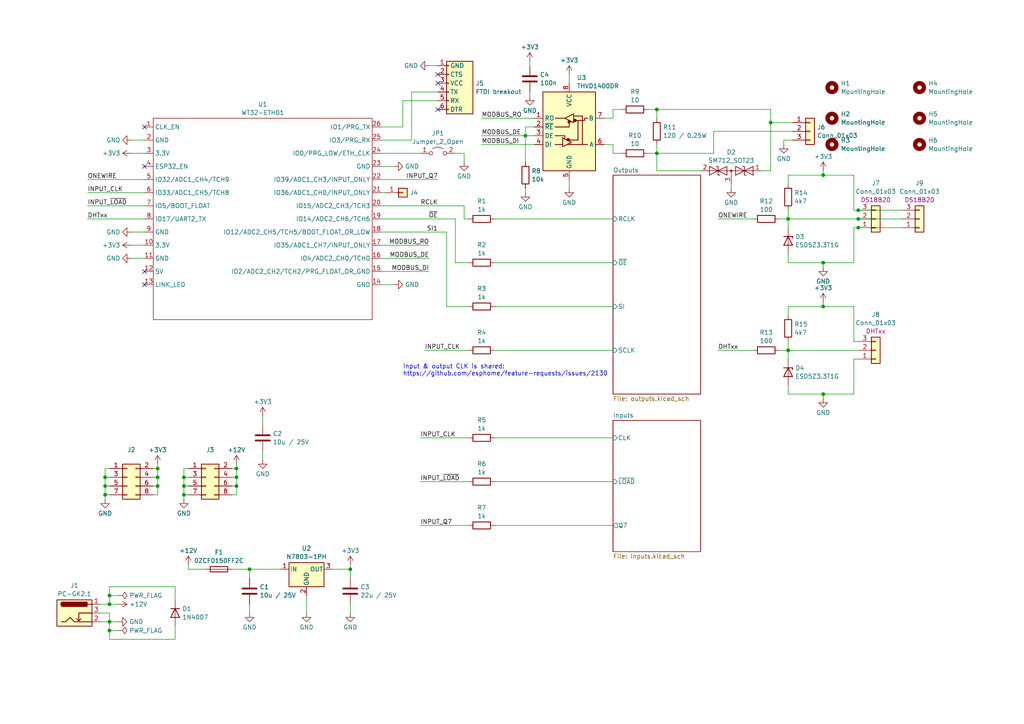
<source format=kicad_sch>
(kicad_sch (version 20230121) (generator eeschema)
  (paper "A4")
  (lib_symbols
    (symbol "Connector:Barrel_Jack_Switch" (pin_names hide)
      (property "Reference" "J" (at 0 5.334 0))
      (property "Value" "Barrel_Jack_Switch" (at 0 -5.08 0))
      (symbol "Barrel_Jack_Switch_0_1"
        (rectangle (start -5.08 3.81) (end 5.08 -3.81) (stroke (width 0.254)) (fill (type background)))
        (arc (start -3.302 3.175) (mid -3.9343 2.54) (end -3.302 1.905) (stroke (width 0.254)))
        (arc (start -3.302 3.175) (mid -3.9343 2.54) (end -3.302 1.905) (stroke (width 0.254)) (fill (type outline)))
        (polyline (pts (xy 1.27 -2.286) (xy 1.905 -1.651)) (stroke (width 0.254)))
        (polyline (pts (xy 5.08 2.54) (xy 3.81 2.54)) (stroke (width 0.254)))
        (polyline (pts (xy 5.08 0) (xy 1.27 0) (xy 1.27 -2.286) (xy 0.635 -1.651)) (stroke (width 0.254)))
        (polyline (pts (xy -3.81 -2.54) (xy -2.54 -2.54) (xy -1.27 -1.27) (xy 0 -2.54) (xy 2.54 -2.54) (xy 5.08 -2.54)) (stroke (width 0.254)))
        (rectangle (start 3.683 3.175) (end -3.302 1.905) (stroke (width 0.254)) (fill (type outline)))
      )
      (symbol "Barrel_Jack_Switch_1_1"
        (pin passive line (at 7.62 2.54 180) (length 2.54) (name "~") (number "1"))
        (pin passive line (at 7.62 -2.54 180) (length 2.54) (name "~") (number "2"))
        (pin passive line (at 7.62 0 180) (length 2.54) (name "~") (number "3"))
      )
    )
    (symbol "Connector_Generic:Conn_01x01" (pin_names (offset 1.016) hide)
      (property "Reference" "J" (at 0 2.54 0))
      (property "Value" "Conn_01x01" (at 0 -2.54 0))
      (symbol "Conn_01x01_1_1"
        (rectangle (start -1.27 0.127) (end 0 -0.127) (stroke (width 0.1524)))
        (rectangle (start -1.27 1.27) (end 1.27 -1.27) (stroke (width 0.254)) (fill (type background)))
        (pin passive line (at -5.08 0 0) (length 3.81) (name "Pin_1") (number "1"))
      )
    )
    (symbol "Connector_Generic:Conn_01x03" (pin_names (offset 1.016) hide)
      (property "Reference" "J" (at 0 5.08 0))
      (property "Value" "Conn_01x03" (at 0 -5.08 0))
      (symbol "Conn_01x03_1_1"
        (rectangle (start -1.27 -2.413) (end 0 -2.667) (stroke (width 0.1524)))
        (rectangle (start -1.27 0.127) (end 0 -0.127) (stroke (width 0.1524)))
        (rectangle (start -1.27 2.667) (end 0 2.413) (stroke (width 0.1524)))
        (rectangle (start -1.27 3.81) (end 1.27 -3.81) (stroke (width 0.254)) (fill (type background)))
        (pin passive line (at -5.08 2.54 0) (length 3.81) (name "Pin_1") (number "1"))
        (pin passive line (at -5.08 0 0) (length 3.81) (name "Pin_2") (number "2"))
        (pin passive line (at -5.08 -2.54 0) (length 3.81) (name "Pin_3") (number "3"))
      )
    )
    (symbol "Connector_Generic:Conn_02x04_Odd_Even" (pin_names (offset 1.016) hide)
      (property "Reference" "J" (at 1.27 5.08 0))
      (property "Value" "Conn_02x04_Odd_Even" (at 1.27 -7.62 0))
      (symbol "Conn_02x04_Odd_Even_1_1"
        (rectangle (start -1.27 -4.953) (end 0 -5.207) (stroke (width 0.1524)))
        (rectangle (start -1.27 -2.413) (end 0 -2.667) (stroke (width 0.1524)))
        (rectangle (start -1.27 0.127) (end 0 -0.127) (stroke (width 0.1524)))
        (rectangle (start -1.27 2.667) (end 0 2.413) (stroke (width 0.1524)))
        (rectangle (start -1.27 3.81) (end 3.81 -6.35) (stroke (width 0.254)) (fill (type background)))
        (rectangle (start 3.81 -4.953) (end 2.54 -5.207) (stroke (width 0.1524)))
        (rectangle (start 3.81 -2.413) (end 2.54 -2.667) (stroke (width 0.1524)))
        (rectangle (start 3.81 0.127) (end 2.54 -0.127) (stroke (width 0.1524)))
        (rectangle (start 3.81 2.667) (end 2.54 2.413) (stroke (width 0.1524)))
        (pin passive line (at -5.08 2.54 0) (length 3.81) (name "Pin_1") (number "1"))
        (pin passive line (at 7.62 2.54 180) (length 3.81) (name "Pin_2") (number "2"))
        (pin passive line (at -5.08 0 0) (length 3.81) (name "Pin_3") (number "3"))
        (pin passive line (at 7.62 0 180) (length 3.81) (name "Pin_4") (number "4"))
        (pin passive line (at -5.08 -2.54 0) (length 3.81) (name "Pin_5") (number "5"))
        (pin passive line (at 7.62 -2.54 180) (length 3.81) (name "Pin_6") (number "6"))
        (pin passive line (at -5.08 -5.08 0) (length 3.81) (name "Pin_7") (number "7"))
        (pin passive line (at 7.62 -5.08 180) (length 3.81) (name "Pin_8") (number "8"))
      )
    )
    (symbol "Device:C" (pin_numbers hide) (pin_names (offset 0.254))
      (property "Reference" "C" (at 0.635 2.54 0))
      (property "Value" "C" (at 0.635 -2.54 0))
      (symbol "C_0_1"
        (polyline (pts (xy -2.032 -0.762) (xy 2.032 -0.762)) (stroke (width 0.508)))
        (polyline (pts (xy -2.032 0.762) (xy 2.032 0.762)) (stroke (width 0.508)))
      )
      (symbol "C_1_1"
        (pin passive line (at 0 3.81 270) (length 2.794) (name "~") (number "1"))
        (pin passive line (at 0 -3.81 90) (length 2.794) (name "~") (number "2"))
      )
    )
    (symbol "Device:Fuse" (pin_numbers hide) (pin_names (offset 0))
      (property "Reference" "F" (at 2.032 0 90))
      (property "Value" "Fuse" (at -1.905 0 90))
      (symbol "Fuse_0_1"
        (rectangle (start -0.762 -2.54) (end 0.762 2.54) (stroke (width 0.254)))
        (polyline (pts (xy 0 2.54) (xy 0 -2.54)))
      )
      (symbol "Fuse_1_1"
        (pin passive line (at 0 3.81 270) (length 1.27) (name "~") (number "1"))
        (pin passive line (at 0 -3.81 90) (length 1.27) (name "~") (number "2"))
      )
    )
    (symbol "Device:R" (pin_numbers hide) (pin_names (offset 0))
      (property "Reference" "R" (at 2.032 0 90))
      (property "Value" "R" (at 0 0 90))
      (symbol "R_0_1"
        (rectangle (start -1.016 -2.54) (end 1.016 2.54) (stroke (width 0.254)))
      )
      (symbol "R_1_1"
        (pin passive line (at 0 3.81 270) (length 1.27) (name "~") (number "1"))
        (pin passive line (at 0 -3.81 90) (length 1.27) (name "~") (number "2"))
      )
    )
    (symbol "Diode:1N4007" (pin_numbers hide) (pin_names hide)
      (property "Reference" "D" (at 0 2.54 0))
      (property "Value" "1N4007" (at 0 -2.54 0))
      (symbol "1N4007_0_1"
        (polyline (pts (xy -1.27 1.27) (xy -1.27 -1.27)) (stroke (width 0.254)))
        (polyline (pts (xy 1.27 0) (xy -1.27 0)))
        (polyline (pts (xy 1.27 1.27) (xy 1.27 -1.27) (xy -1.27 0) (xy 1.27 1.27)) (stroke (width 0.254)))
      )
      (symbol "1N4007_1_1"
        (pin passive line (at -3.81 0 0) (length 2.54) (name "K") (number "1"))
        (pin passive line (at 3.81 0 180) (length 2.54) (name "A") (number "2"))
      )
    )
    (symbol "Diode:ESD5Zxx" (pin_numbers hide) (pin_names hide)
      (property "Reference" "D" (at 0 2.54 0))
      (property "Value" "ESD5Zxx" (at 0 -2.54 0))
      (symbol "ESD5Zxx_0_1"
        (polyline (pts (xy 1.27 0) (xy -1.27 0)))
        (polyline (pts (xy -1.27 -1.27) (xy -1.27 1.27) (xy -0.762 1.27)) (stroke (width 0.254)))
        (polyline (pts (xy 1.27 -1.27) (xy 1.27 1.27) (xy -1.27 0) (xy 1.27 -1.27)) (stroke (width 0.254)))
      )
      (symbol "ESD5Zxx_1_1"
        (pin passive line (at -3.81 0 0) (length 2.54) (name "K") (number "1"))
        (pin passive line (at 3.81 0 180) (length 2.54) (name "A") (number "2"))
      )
    )
    (symbol "Diode:SM712_SOT23" (pin_names (offset 1.016) hide)
      (property "Reference" "D" (at 0 4.445 0))
      (property "Value" "SM712_SOT23" (at 0 2.54 0))
      (symbol "SM712_SOT23_0_0"
        (polyline (pts (xy 0 -1.27) (xy 0 0)))
      )
      (symbol "SM712_SOT23_0_1"
        (polyline (pts (xy -6.35 0) (xy 6.35 0)))
        (polyline (pts (xy -3.302 1.27) (xy -3.81 1.27) (xy -3.81 -1.27) (xy -4.318 -1.27)) (stroke (width 0.2032)))
        (polyline (pts (xy 4.318 1.27) (xy 3.81 1.27) (xy 3.81 -1.27) (xy 3.302 -1.27)) (stroke (width 0.2032)))
        (polyline (pts (xy -6.35 -1.27) (xy -1.27 1.27) (xy -1.27 -1.27) (xy -6.35 1.27) (xy -6.35 -1.27)) (stroke (width 0.2032)))
        (polyline (pts (xy 1.27 -1.27) (xy 1.27 1.27) (xy 6.35 -1.27) (xy 6.35 1.27) (xy 1.27 -1.27)) (stroke (width 0.2032)))
        (circle (center 0 0) (radius 0.254) (fill (type outline)))
      )
      (symbol "SM712_SOT23_1_1"
        (pin passive line (at -8.89 0 0) (length 2.54) (name "A1") (number "1"))
        (pin passive line (at 8.89 0 180) (length 2.54) (name "A2") (number "2"))
        (pin input line (at 0 -3.81 90) (length 2.54) (name "common") (number "3"))
      )
    )
    (symbol "Interface_UART:MAX3485"
      (property "Reference" "U" (at -6.096 11.43 0))
      (property "Value" "MAX3485" (at 0.762 11.43 0))
      (symbol "MAX3485_0_1"
        (rectangle (start -7.62 10.16) (end 7.62 -12.7) (stroke (width 0.254)) (fill (type background)))
        (circle (center -0.3048 -3.683) (radius 0.3556) (stroke (width 0.254)) (fill (type outline)))
        (circle (center -0.0254 1.4986) (radius 0.3556) (stroke (width 0.254)) (fill (type outline)))
        (polyline (pts (xy -4.064 -5.08) (xy -1.905 -5.08)) (stroke (width 0.254)))
        (polyline (pts (xy -4.064 2.54) (xy -1.27 2.54)) (stroke (width 0.254)))
        (polyline (pts (xy -1.27 -3.2004) (xy -1.27 -3.4544)) (stroke (width 0.254)))
        (polyline (pts (xy -0.635 -5.08) (xy 5.334 -5.08)) (stroke (width 0.254)))
        (polyline (pts (xy -4.064 -2.54) (xy -1.27 -2.54) (xy -1.27 -3.175)) (stroke (width 0.254)))
        (polyline (pts (xy 0 1.27) (xy 0 0) (xy -4.064 0)) (stroke (width 0.254)))
        (polyline (pts (xy 1.27 3.175) (xy 3.81 3.175) (xy 3.81 -5.08)) (stroke (width 0.254)))
        (polyline (pts (xy 2.54 1.905) (xy 2.54 -3.81) (xy 0 -3.81)) (stroke (width 0.254)))
        (polyline (pts (xy -1.905 -3.175) (xy -1.905 -5.715) (xy 0.635 -4.445) (xy -1.905 -3.175)) (stroke (width 0.254)))
        (polyline (pts (xy -1.27 2.54) (xy 1.27 3.81) (xy 1.27 1.27) (xy -1.27 2.54)) (stroke (width 0.254)))
        (polyline (pts (xy 1.905 1.905) (xy 4.445 1.905) (xy 4.445 2.54) (xy 5.334 2.54)) (stroke (width 0.254)))
        (rectangle (start 1.27 3.175) (end 1.27 3.175))
        (circle (center 1.651 1.905) (radius 0.3556) (stroke (width 0.254)) (fill (type outline)))
      )
      (symbol "MAX3485_1_1"
        (pin output line (at -10.16 2.54 0) (length 2.54) (name "RO") (number "1"))
        (pin input line (at -10.16 0 0) (length 2.54) (name "~{RE}") (number "2"))
        (pin input line (at -10.16 -2.54 0) (length 2.54) (name "DE") (number "3"))
        (pin input line (at -10.16 -5.08 0) (length 2.54) (name "DI") (number "4"))
        (pin power_in line (at 0 -15.24 90) (length 2.54) (name "GND") (number "5"))
        (pin bidirectional line (at 10.16 -5.08 180) (length 2.54) (name "A") (number "6"))
        (pin bidirectional line (at 10.16 2.54 180) (length 2.54) (name "B") (number "7"))
        (pin power_in line (at 0 12.7 270) (length 2.54) (name "VCC") (number "8"))
      )
    )
    (symbol "Jumper:Jumper_2_Open" (pin_names (offset 0) hide)
      (property "Reference" "JP" (at 0 2.794 0))
      (property "Value" "Jumper_2_Open" (at 0 -2.286 0))
      (symbol "Jumper_2_Open_0_0"
        (circle (center -2.032 0) (radius 0.508))
        (circle (center 2.032 0) (radius 0.508))
      )
      (symbol "Jumper_2_Open_0_1"
        (arc (start 1.524 1.27) (mid 0 1.778) (end -1.524 1.27))
      )
      (symbol "Jumper_2_Open_1_1"
        (pin passive line (at -5.08 0 0) (length 2.54) (name "A") (number "1"))
        (pin passive line (at 5.08 0 180) (length 2.54) (name "B") (number "2"))
      )
    )
    (symbol "Mechanical:MountingHole" (pin_names (offset 1.016))
      (property "Reference" "H" (at 0 5.08 0))
      (property "Value" "MountingHole" (at 0 3.175 0))
      (symbol "MountingHole_0_1"
        (circle (center 0 0) (radius 1.27) (stroke (width 1.27)))
      )
    )
    (symbol "Regulator_Linear:L7805" (pin_names (offset 0.254))
      (property "Reference" "U" (at -3.81 3.175 0))
      (property "Value" "L7805" (at 0 3.175 0))
      (symbol "L7805_0_1"
        (rectangle (start -5.08 1.905) (end 5.08 -5.08) (stroke (width 0.254)) (fill (type background)))
      )
      (symbol "L7805_1_1"
        (pin power_in line (at -7.62 0 0) (length 2.54) (name "IN") (number "1"))
        (pin power_in line (at 0 -7.62 90) (length 2.54) (name "GND") (number "2"))
        (pin power_out line (at 7.62 0 180) (length 2.54) (name "OUT") (number "3"))
      )
    )
    (symbol "WT32-ETH01:WT32-ETH01"
      (property "Reference" "U" (at 0 -22.86 0))
      (property "Value" "WT32-ETH01" (at 0 -25.4 0))
      (symbol "WT32-ETH01_0_1"
        (rectangle (start -31.75 29.21) (end 31.75 -29.21))
      )
      (symbol "WT32-ETH01_1_1"
        (pin bidirectional line (at -34.29 26.67 0) (length 2.54) (name "CLK_EN") (number "1"))
        (pin power_out line (at -34.29 -7.62 0) (length 2.54) (name "3.3V") (number "10"))
        (pin power_in line (at -34.29 -11.43 0) (length 2.54) (name "GND") (number "11"))
        (pin power_in line (at -34.29 -15.24 0) (length 2.54) (name "5V") (number "12"))
        (pin output line (at -34.29 -19.05 0) (length 2.54) (name "LINK_LED") (number "13"))
        (pin power_in line (at 34.29 -19.05 180) (length 2.54) (name "GND") (number "14"))
        (pin bidirectional line (at 34.29 -15.24 180) (length 2.54) (name "IO2/ADC2_CH2/TCH2/PRG_FLOAT_OR_GND") (number "15"))
        (pin bidirectional line (at 34.29 -11.43 180) (length 2.54) (name "IO4/ADC2_CH0/TCH0") (number "16"))
        (pin input line (at 34.29 -7.62 180) (length 2.54) (name "IO35/ADC1_CH7/INPUT_ONLY") (number "17"))
        (pin bidirectional line (at 34.29 -3.81 180) (length 2.54) (name "IO12/ADC2_CH5/TCH5/BOOT_FLOAT_OR_LOW") (number "18"))
        (pin bidirectional line (at 34.29 0 180) (length 2.54) (name "IO14/ADC2_CH6/TCH6") (number "19"))
        (pin power_in line (at -34.29 22.86 0) (length 2.54) (name "GND") (number "2"))
        (pin bidirectional line (at 34.29 3.81 180) (length 2.54) (name "IO15/ADC2_CH3/TCH3") (number "20"))
        (pin input line (at 34.29 7.62 180) (length 2.54) (name "IO36/ADC1_CH0/INPUT_ONLY") (number "21"))
        (pin input line (at 34.29 11.43 180) (length 2.54) (name "IO39/ADC1_CH3/INPUT_ONLY") (number "22"))
        (pin power_in line (at 34.29 15.24 180) (length 2.54) (name "GND") (number "23"))
        (pin bidirectional line (at 34.29 19.05 180) (length 2.54) (name "IO0/PRG_LOW/ETH_CLK") (number "24"))
        (pin bidirectional line (at 34.29 22.86 180) (length 2.54) (name "IO3/PRG_RX") (number "25"))
        (pin bidirectional line (at 34.29 26.67 180) (length 2.54) (name "IO1/PRG_TX") (number "26"))
        (pin power_out line (at -34.29 19.05 0) (length 2.54) (name "3.3V") (number "3"))
        (pin bidirectional line (at -34.29 15.24 0) (length 2.54) (name "ESP32_EN") (number "4"))
        (pin bidirectional line (at -34.29 11.43 0) (length 2.54) (name "IO32/ADC1_CH4/TCH9") (number "5"))
        (pin bidirectional line (at -34.29 7.62 0) (length 2.54) (name "IO33/ADC1_CH5/TCH8") (number "6"))
        (pin bidirectional line (at -34.29 3.81 0) (length 2.54) (name "IO5/BOOT_FLOAT") (number "7"))
        (pin bidirectional line (at -34.29 0 0) (length 2.54) (name "IO17/UART2_TX") (number "8"))
        (pin power_in line (at -34.29 -3.81 0) (length 2.54) (name "GND") (number "9"))
      )
    )
    (symbol "ondra:FTDI_breakout" (pin_names (offset 1.016))
      (property "Reference" "J" (at 0 7.62 0))
      (property "Value" "FTDI breakout" (at 0 -10.16 0))
      (symbol "FTDI_breakout_1_1"
        (rectangle (start -1.27 -7.493) (end -0.635 -7.747) (stroke (width 0.1524)))
        (rectangle (start -1.27 -4.953) (end -0.635 -5.207) (stroke (width 0.1524)))
        (rectangle (start -1.27 -2.413) (end -0.635 -2.667) (stroke (width 0.1524)))
        (rectangle (start -1.27 0.127) (end -0.635 -0.127) (stroke (width 0.1524)))
        (rectangle (start -1.27 2.667) (end -0.635 2.413) (stroke (width 0.1524)))
        (rectangle (start -1.27 5.207) (end -0.635 4.953) (stroke (width 0.1524)))
        (rectangle (start -1.27 6.35) (end 6.35 -8.89) (stroke (width 0.254)) (fill (type background)))
        (pin power_in line (at -3.81 5.08 0) (length 2.54) (name "GND") (number "1"))
        (pin input line (at -3.81 2.54 0) (length 2.54) (name "CTS") (number "2"))
        (pin power_in line (at -3.81 0 0) (length 2.54) (name "VCC") (number "3"))
        (pin output line (at -3.81 -2.54 0) (length 2.54) (name "TX") (number "4"))
        (pin input line (at -3.81 -5.08 0) (length 2.54) (name "RX") (number "5"))
        (pin output line (at -3.81 -7.62 0) (length 2.54) (name "DTR") (number "6"))
      )
    )
    (symbol "power:+12V" (power) (pin_names (offset 0))
      (property "Value" "+12V" (at 0 3.556 0))
      (symbol "+12V_0_1"
        (polyline (pts (xy -0.762 1.27) (xy 0 2.54)))
        (polyline (pts (xy 0 0) (xy 0 2.54)))
        (polyline (pts (xy 0 2.54) (xy 0.762 1.27)))
      )
      (symbol "+12V_1_1"
        (pin power_in line (at 0 0 90) (length 0) hide (name "+12V") (number "1"))
      )
    )
    (symbol "power:+3V3" (power) (pin_names (offset 0))
      (property "Value" "+3V3" (at 0 3.556 0))
      (symbol "+3V3_0_1"
        (polyline (pts (xy -0.762 1.27) (xy 0 2.54)))
        (polyline (pts (xy 0 0) (xy 0 2.54)))
        (polyline (pts (xy 0 2.54) (xy 0.762 1.27)))
      )
      (symbol "+3V3_1_1"
        (pin power_in line (at 0 0 90) (length 0) hide (name "+3V3") (number "1"))
      )
    )
    (symbol "power:GND" (power) (pin_names (offset 0))
      (property "Value" "GND" (at 0 -3.81 0))
      (symbol "GND_0_1"
        (polyline (pts (xy 0 0) (xy 0 -1.27) (xy 1.27 -1.27) (xy 0 -2.54) (xy -1.27 -1.27) (xy 0 -1.27)))
      )
      (symbol "GND_1_1"
        (pin power_in line (at 0 0 270) (length 0) hide (name "GND") (number "1"))
      )
    )
    (symbol "power:PWR_FLAG" (power) (pin_numbers hide) (pin_names (offset 0) hide)
      (property "Value" "PWR_FLAG" (at 0 3.81 0))
      (symbol "PWR_FLAG_0_0"
        (pin power_out line (at 0 0 90) (length 0) (name "pwr") (number "1"))
      )
      (symbol "PWR_FLAG_0_1"
        (polyline (pts (xy 0 0) (xy 0 1.27) (xy -1.016 1.905) (xy 0 2.54) (xy 1.016 1.905) (xy 0 1.27)))
      )
    )
  )
  (junction (at 31.75 175.26))
  (junction (at 228.6 63.5))
  (junction (at 238.76 50.8))
  (junction (at 45.72 140.97))
  (junction (at 248.92 60.96))
  (junction (at 228.6 101.6))
  (junction (at 238.76 114.3))
  (junction (at 68.58 140.97))
  (junction (at 53.34 143.51))
  (junction (at 68.58 138.43))
  (junction (at 190.5 44.45))
  (junction (at 238.76 88.9))
  (junction (at 31.75 180.34))
  (junction (at 248.92 63.5))
  (junction (at 248.92 66.04))
  (junction (at 30.48 143.51))
  (junction (at 45.72 138.43))
  (junction (at 53.34 140.97))
  (junction (at 68.58 135.89))
  (junction (at 45.72 135.89))
  (junction (at 31.75 172.72))
  (junction (at 238.76 76.2))
  (junction (at 101.6 165.1))
  (junction (at 152.4 39.37))
  (junction (at 53.34 138.43))
  (junction (at 30.48 138.43))
  (junction (at 190.5 31.75))
  (junction (at 30.48 140.97))
  (junction (at 223.52 35.56))
  (junction (at 31.75 182.88))
  (junction (at 72.39 165.1))
  (no_connect (at 127 24.13))
  (no_connect (at 127 21.59))
  (no_connect (at 41.91 82.55))
  (no_connect (at 127 31.75))
  (no_connect (at 41.91 78.74))
  (no_connect (at 41.91 48.26))
  (no_connect (at 41.91 36.83))
  (wire (pts (xy 152.4 39.37) (xy 154.94 39.37)))
  (wire (pts (xy 45.72 140.97) (xy 45.72 143.51)))
  (wire (pts (xy 30.48 138.43) (xy 30.48 135.89)))
  (wire (pts (xy 45.72 143.51) (xy 44.45 143.51)))
  (wire (pts (xy 31.75 180.34) (xy 34.29 180.34)))
  (wire (pts (xy 228.6 88.9) (xy 238.76 88.9)))
  (wire (pts (xy 29.21 177.8) (xy 31.75 177.8)))
  (wire (pts (xy 45.72 138.43) (xy 45.72 140.97)))
  (wire (pts (xy 228.6 91.44) (xy 228.6 88.9)))
  (wire (pts (xy 153.67 17.78) (xy 153.67 19.05)))
  (wire (pts (xy 175.26 34.29) (xy 177.8 34.29)))
  (wire (pts (xy 229.87 38.1) (xy 207.01 38.1)))
  (wire (pts (xy 143.51 101.6) (xy 177.8 101.6)))
  (wire (pts (xy 228.6 63.5) (xy 248.92 63.5)))
  (wire (pts (xy 110.49 40.64) (xy 119.38 40.64)))
  (wire (pts (xy 228.6 60.96) (xy 228.6 63.5)))
  (wire (pts (xy 121.92 127) (xy 135.89 127)))
  (wire (pts (xy 177.8 44.45) (xy 180.34 44.45)))
  (wire (pts (xy 25.4 63.5) (xy 41.91 63.5)))
  (wire (pts (xy 153.67 26.67) (xy 153.67 27.94)))
  (wire (pts (xy 227.33 40.64) (xy 229.87 40.64)))
  (wire (pts (xy 110.49 71.12) (xy 124.46 71.12)))
  (wire (pts (xy 228.6 73.66) (xy 228.6 76.2)))
  (wire (pts (xy 50.8 185.42) (xy 31.75 185.42)))
  (wire (pts (xy 135.89 63.5) (xy 134.62 63.5)))
  (wire (pts (xy 190.5 31.75) (xy 190.5 34.29)))
  (wire (pts (xy 68.58 138.43) (xy 68.58 140.97)))
  (wire (pts (xy 187.96 31.75) (xy 190.5 31.75)))
  (wire (pts (xy 76.2 130.81) (xy 76.2 133.35)))
  (wire (pts (xy 177.8 31.75) (xy 180.34 31.75)))
  (wire (pts (xy 68.58 140.97) (xy 68.58 143.51)))
  (wire (pts (xy 208.28 63.5) (xy 218.44 63.5)))
  (wire (pts (xy 143.51 63.5) (xy 177.8 63.5)))
  (wire (pts (xy 207.01 38.1) (xy 207.01 44.45)))
  (wire (pts (xy 248.92 63.5) (xy 261.62 63.5)))
  (wire (pts (xy 248.92 66.04) (xy 261.62 66.04)))
  (wire (pts (xy 101.6 175.26) (xy 101.6 177.8)))
  (wire (pts (xy 135.89 76.2) (xy 132.08 76.2)))
  (wire (pts (xy 54.61 165.1) (xy 59.69 165.1)))
  (wire (pts (xy 152.4 36.83) (xy 154.94 36.83)))
  (wire (pts (xy 139.7 34.29) (xy 154.94 34.29)))
  (wire (pts (xy 165.1 21.59) (xy 165.1 24.13)))
  (wire (pts (xy 31.75 177.8) (xy 31.75 180.34)))
  (wire (pts (xy 143.51 139.7) (xy 177.8 139.7)))
  (wire (pts (xy 152.4 54.61) (xy 152.4 55.88)))
  (wire (pts (xy 30.48 140.97) (xy 30.48 138.43)))
  (wire (pts (xy 110.49 78.74) (xy 124.46 78.74)))
  (wire (pts (xy 29.21 175.26) (xy 31.75 175.26)))
  (wire (pts (xy 247.65 99.06) (xy 248.92 99.06)))
  (wire (pts (xy 53.34 138.43) (xy 54.61 138.43)))
  (wire (pts (xy 110.49 44.45) (xy 121.92 44.45)))
  (wire (pts (xy 31.75 185.42) (xy 31.75 182.88)))
  (wire (pts (xy 227.33 41.91) (xy 227.33 40.64)))
  (wire (pts (xy 38.1 71.12) (xy 41.91 71.12)))
  (wire (pts (xy 44.45 135.89) (xy 45.72 135.89)))
  (wire (pts (xy 228.6 101.6) (xy 228.6 104.14)))
  (wire (pts (xy 238.76 114.3) (xy 247.65 114.3)))
  (wire (pts (xy 53.34 143.51) (xy 53.34 140.97)))
  (wire (pts (xy 68.58 135.89) (xy 68.58 138.43)))
  (wire (pts (xy 190.5 44.45) (xy 190.5 41.91)))
  (wire (pts (xy 53.34 138.43) (xy 53.34 135.89)))
  (wire (pts (xy 190.5 49.53) (xy 190.5 44.45)))
  (wire (pts (xy 110.49 82.55) (xy 114.3 82.55)))
  (wire (pts (xy 177.8 34.29) (xy 177.8 31.75)))
  (wire (pts (xy 50.8 170.18) (xy 31.75 170.18)))
  (wire (pts (xy 238.76 76.2) (xy 238.76 77.47)))
  (wire (pts (xy 129.54 88.9) (xy 129.54 67.31)))
  (wire (pts (xy 134.62 44.45) (xy 132.08 44.45)))
  (wire (pts (xy 143.51 127) (xy 177.8 127)))
  (wire (pts (xy 223.52 31.75) (xy 190.5 31.75)))
  (wire (pts (xy 67.31 140.97) (xy 68.58 140.97)))
  (wire (pts (xy 247.65 88.9) (xy 238.76 88.9)))
  (wire (pts (xy 132.08 76.2) (xy 132.08 63.5)))
  (wire (pts (xy 247.65 66.04) (xy 247.65 76.2)))
  (wire (pts (xy 31.75 172.72) (xy 31.75 175.26)))
  (wire (pts (xy 228.6 101.6) (xy 248.92 101.6)))
  (wire (pts (xy 228.6 63.5) (xy 228.6 66.04)))
  (wire (pts (xy 228.6 99.06) (xy 228.6 101.6)))
  (wire (pts (xy 67.31 165.1) (xy 72.39 165.1)))
  (wire (pts (xy 247.65 50.8) (xy 247.65 60.96)))
  (wire (pts (xy 110.49 59.69) (xy 134.62 59.69)))
  (wire (pts (xy 143.51 76.2) (xy 177.8 76.2)))
  (wire (pts (xy 25.4 59.69) (xy 41.91 59.69)))
  (wire (pts (xy 247.65 50.8) (xy 238.76 50.8)))
  (wire (pts (xy 67.31 138.43) (xy 68.58 138.43)))
  (wire (pts (xy 248.92 60.96) (xy 261.62 60.96)))
  (wire (pts (xy 116.84 29.21) (xy 127 29.21)))
  (wire (pts (xy 220.98 49.53) (xy 223.52 49.53)))
  (wire (pts (xy 110.49 52.07) (xy 127 52.07)))
  (wire (pts (xy 31.75 182.88) (xy 31.75 180.34)))
  (wire (pts (xy 53.34 143.51) (xy 54.61 143.51)))
  (wire (pts (xy 135.89 101.6) (xy 123.19 101.6)))
  (wire (pts (xy 44.45 138.43) (xy 45.72 138.43)))
  (wire (pts (xy 139.7 41.91) (xy 154.94 41.91)))
  (wire (pts (xy 110.49 48.26) (xy 114.3 48.26)))
  (wire (pts (xy 238.76 114.3) (xy 238.76 115.57)))
  (wire (pts (xy 30.48 144.78) (xy 30.48 143.51)))
  (wire (pts (xy 212.09 53.34) (xy 212.09 54.61)))
  (wire (pts (xy 53.34 135.89) (xy 54.61 135.89)))
  (wire (pts (xy 124.46 19.05) (xy 127 19.05)))
  (wire (pts (xy 116.84 36.83) (xy 116.84 29.21)))
  (wire (pts (xy 101.6 165.1) (xy 101.6 167.64)))
  (wire (pts (xy 30.48 140.97) (xy 31.75 140.97)))
  (wire (pts (xy 143.51 88.9) (xy 177.8 88.9)))
  (wire (pts (xy 121.92 152.4) (xy 135.89 152.4)))
  (wire (pts (xy 247.65 66.04) (xy 248.92 66.04)))
  (wire (pts (xy 45.72 134.62) (xy 45.72 135.89)))
  (wire (pts (xy 247.65 104.14) (xy 248.92 104.14)))
  (wire (pts (xy 247.65 114.3) (xy 247.65 104.14)))
  (wire (pts (xy 72.39 165.1) (xy 72.39 167.64)))
  (wire (pts (xy 34.29 182.88) (xy 31.75 182.88)))
  (wire (pts (xy 76.2 120.65) (xy 76.2 123.19)))
  (wire (pts (xy 45.72 135.89) (xy 45.72 138.43)))
  (wire (pts (xy 226.06 63.5) (xy 228.6 63.5)))
  (wire (pts (xy 30.48 143.51) (xy 31.75 143.51)))
  (wire (pts (xy 34.29 172.72) (xy 31.75 172.72)))
  (wire (pts (xy 139.7 39.37) (xy 152.4 39.37)))
  (wire (pts (xy 228.6 114.3) (xy 238.76 114.3)))
  (wire (pts (xy 110.49 36.83) (xy 116.84 36.83)))
  (wire (pts (xy 177.8 41.91) (xy 177.8 44.45)))
  (wire (pts (xy 175.26 41.91) (xy 177.8 41.91)))
  (wire (pts (xy 25.4 52.07) (xy 41.91 52.07)))
  (wire (pts (xy 38.1 40.64) (xy 41.91 40.64)))
  (wire (pts (xy 121.92 139.7) (xy 135.89 139.7)))
  (wire (pts (xy 44.45 140.97) (xy 45.72 140.97)))
  (wire (pts (xy 247.65 60.96) (xy 248.92 60.96)))
  (wire (pts (xy 68.58 143.51) (xy 67.31 143.51)))
  (wire (pts (xy 38.1 74.93) (xy 41.91 74.93)))
  (wire (pts (xy 208.28 101.6) (xy 218.44 101.6)))
  (wire (pts (xy 31.75 175.26) (xy 34.29 175.26)))
  (wire (pts (xy 30.48 135.89) (xy 31.75 135.89)))
  (wire (pts (xy 72.39 165.1) (xy 81.28 165.1)))
  (wire (pts (xy 223.52 49.53) (xy 223.52 35.56)))
  (wire (pts (xy 54.61 163.83) (xy 54.61 165.1)))
  (wire (pts (xy 187.96 44.45) (xy 190.5 44.45)))
  (wire (pts (xy 228.6 76.2) (xy 238.76 76.2)))
  (wire (pts (xy 72.39 175.26) (xy 72.39 177.8)))
  (wire (pts (xy 228.6 50.8) (xy 238.76 50.8)))
  (wire (pts (xy 101.6 165.1) (xy 96.52 165.1)))
  (wire (pts (xy 238.76 49.53) (xy 238.76 50.8)))
  (wire (pts (xy 134.62 63.5) (xy 134.62 59.69)))
  (wire (pts (xy 110.49 55.88) (xy 111.76 55.88)))
  (wire (pts (xy 30.48 138.43) (xy 31.75 138.43)))
  (wire (pts (xy 238.76 87.63) (xy 238.76 88.9)))
  (wire (pts (xy 143.51 152.4) (xy 177.8 152.4)))
  (wire (pts (xy 152.4 46.99) (xy 152.4 39.37)))
  (wire (pts (xy 88.9 172.72) (xy 88.9 177.8)))
  (wire (pts (xy 30.48 143.51) (xy 30.48 140.97)))
  (wire (pts (xy 50.8 181.61) (xy 50.8 185.42)))
  (wire (pts (xy 119.38 26.67) (xy 127 26.67)))
  (wire (pts (xy 68.58 134.62) (xy 68.58 135.89)))
  (wire (pts (xy 228.6 53.34) (xy 228.6 50.8)))
  (wire (pts (xy 110.49 63.5) (xy 132.08 63.5)))
  (wire (pts (xy 226.06 101.6) (xy 228.6 101.6)))
  (wire (pts (xy 110.49 74.93) (xy 124.46 74.93)))
  (wire (pts (xy 53.34 140.97) (xy 54.61 140.97)))
  (wire (pts (xy 134.62 46.99) (xy 134.62 44.45)))
  (wire (pts (xy 31.75 170.18) (xy 31.75 172.72)))
  (wire (pts (xy 165.1 52.07) (xy 165.1 54.61)))
  (wire (pts (xy 223.52 35.56) (xy 223.52 31.75)))
  (wire (pts (xy 119.38 40.64) (xy 119.38 26.67)))
  (wire (pts (xy 238.76 76.2) (xy 247.65 76.2)))
  (wire (pts (xy 223.52 35.56) (xy 229.87 35.56)))
  (wire (pts (xy 38.1 67.31) (xy 41.91 67.31)))
  (wire (pts (xy 135.89 88.9) (xy 129.54 88.9)))
  (wire (pts (xy 29.21 180.34) (xy 31.75 180.34)))
  (wire (pts (xy 101.6 163.83) (xy 101.6 165.1)))
  (wire (pts (xy 53.34 144.78) (xy 53.34 143.51)))
  (wire (pts (xy 207.01 44.45) (xy 190.5 44.45)))
  (wire (pts (xy 247.65 88.9) (xy 247.65 99.06)))
  (wire (pts (xy 38.1 44.45) (xy 41.91 44.45)))
  (wire (pts (xy 110.49 67.31) (xy 129.54 67.31)))
  (wire (pts (xy 152.4 39.37) (xy 152.4 36.83)))
  (wire (pts (xy 25.4 55.88) (xy 41.91 55.88)))
  (wire (pts (xy 50.8 173.99) (xy 50.8 170.18)))
  (wire (pts (xy 203.2 49.53) (xy 190.5 49.53)))
  (wire (pts (xy 228.6 111.76) (xy 228.6 114.3)))
  (wire (pts (xy 67.31 135.89) (xy 68.58 135.89)))
  (wire (pts (xy 53.34 140.97) (xy 53.34 138.43)))
  (text "Input & output CLK is shared:\nhttps://github.com/esphome/feature-requests/issues/2130" (at 116.84 109.22 0) (effects (font (size 1.27 1.27)) (justify left bottom)))
  (label "SI1" (at 127 67.31 180))
  (label "INPUT_Q7" (at 121.92 152.4 0))
  (label "MODBUS_RO" (at 139.7 34.29 0))
  (label "DHTxx" (at 25.4 63.5 0))
  (label "MODBUS_DI" (at 124.46 78.74 180))
  (label "INPUT_CLK" (at 25.4 55.88 0))
  (label "RCLK" (at 127 59.69 180))
  (label "INPUT_CLK" (at 123.19 101.6 0))
  (label "MODBUS_DE" (at 124.46 74.93 180))
  (label "MODBUS_DI" (at 139.7 41.91 0))
  (label "INPUT_~{LOAD}" (at 25.4 59.69 0))
  (label "INPUT_CLK" (at 121.92 127 0))
  (label "INPUT_~{LOAD}" (at 121.92 139.7 0))
  (label "~{OE}" (at 127 63.5 180))
  (label "MODBUS_DE" (at 139.7 39.37 0))
  (label "MODBUS_RO" (at 124.46 71.12 180))
  (label "ONEWIRE" (at 25.4 52.07 0))
  (label "ONEWIRE" (at 208.28 63.5 0))
  (label "INPUT_Q7" (at 127 52.07 180))
  (label "DHTxx" (at 208.28 101.6 0))
  (symbol (lib_id "power:GND") (at 30.48 144.78 0) (unit 1)
    (property "Reference" "#PWR01" (effects hide))
    (property "Value" "GND" (at 30.48 148.9131 0))
  )
  (symbol (lib_id "power:GND") (at 153.67 27.94 0) (unit 1)
    (property "Reference" "#PWR025" (effects hide))
    (property "Value" "GND" (at 153.67 32.0731 0))
  )
  (symbol (lib_id "power:PWR_FLAG") (at 34.29 182.88 270) (unit 1)
    (property "Reference" "#FLG02" (effects hide))
    (property "Value" "PWR_FLAG" (at 37.465 182.88 90) (effects (justify left)))
  )
  (symbol (lib_id "power:GND") (at 114.3 48.26 90) (unit 1)
    (property "Reference" "#PWR019" (effects hide))
    (property "Value" "GND" (at 117.475 48.26 90) (effects (justify right)))
  )
  (symbol (lib_id "Mechanical:MountingHole") (at 266.7 41.91 0) (unit 1)
    (property "Reference" "H6" (at 269.24 40.6979 0) (effects (justify left)))
    (property "Value" "MountingHole" (at 269.24 43.1221 0) (effects (justify left)))
    (property "Footprint" "MountingHole:MountingHole_3.2mm_M3" (effects hide))
  )
  (symbol (lib_id "Device:R") (at 139.7 76.2 90) (unit 1)
    (property "Reference" "R2" (at 139.7 71.0397 90))
    (property "Value" "1k" (at 139.7 73.4639 90))
    (property "Footprint" "Resistor_SMD:R_1206_3216Metric_Pad1.30x1.75mm_HandSolder" (effects hide))
  )
  (symbol (lib_id "Connector_Generic:Conn_01x03") (at 266.7 63.5 0) (mirror x) (unit 1)
    (property "Reference" "J9" (at 266.7 53.1215 0))
    (property "Value" "Conn_01x03" (at 266.7 55.5457 0))
    (property "Footprint" "Connector_Molex:Molex_KK-254_AE-6410-03A_1x03_P2.54mm_Vertical" (effects hide))
    (property "Label" "DS18B20" (at 266.7 57.9699 0))
  )
  (symbol (lib_id "power:+3V3") (at 38.1 44.45 90) (unit 1)
    (property "Reference" "#PWR03" (effects hide))
    (property "Value" "+3V3" (at 34.925 44.45 90) (effects (justify left)))
  )
  (symbol (lib_id "power:GND") (at 72.39 177.8 0) (unit 1)
    (property "Reference" "#PWR013" (effects hide))
    (property "Value" "GND" (at 72.39 181.9331 0))
  )
  (symbol (lib_id "power:+12V") (at 34.29 175.26 270) (unit 1)
    (property "Reference" "#PWR07" (effects hide))
    (property "Value" "+12V" (at 37.465 175.26 90) (effects (justify left)))
  )
  (symbol (lib_id "power:GND") (at 134.62 46.99 0) (unit 1)
    (property "Reference" "#PWR022" (effects hide))
    (property "Value" "GND" (at 134.62 51.1231 0))
  )
  (symbol (lib_id "Mechanical:MountingHole") (at 241.3 34.29 0) (unit 1)
    (property "Reference" "H2" (at 243.84 33.0779 0) (effects (justify left)))
    (property "Value" "MountingHole" (at 243.84 35.5021 0) (effects (justify left)))
    (property "Footprint" "MountingHole:MountingHole_3.2mm_M3" (effects hide))
  )
  (symbol (lib_id "Mechanical:MountingHole") (at 241.3 41.91 0) (unit 1)
    (property "Reference" "H3" (at 243.84 40.6979 0) (effects (justify left)))
    (property "Value" "MountingHole" (at 243.84 43.1221 0) (effects (justify left)))
    (property "Footprint" "MountingHole:MountingHole_3.2mm_M3" (effects hide))
  )
  (symbol (lib_id "Device:Fuse") (at 63.5 165.1 90) (unit 1)
    (property "Reference" "F1" (at 63.5 160.1937 90))
    (property "Value" "0ZCF0150FF2C" (at 63.5 162.6179 90))
    (property "Footprint" "Fuse:Fuse_2920_7451Metric_Pad2.10x5.45mm_HandSolder" (effects hide))
    (property "Datasheet" "https://www.tme.eu/Document/b74eb6b18b45614ffa1b397f04814f86/0ZCF+Nov2016.pdf" (effects hide))
  )
  (symbol (lib_id "Diode:ESD5Zxx") (at 228.6 107.95 270) (unit 1)
    (property "Reference" "D4" (at 230.632 106.7379 90) (effects (justify left)))
    (property "Value" "ESD5Z3.3T1G" (at 230.632 109.1621 90) (effects (justify left)))
    (property "Footprint" "Diode_SMD:D_SOD-523" (effects hide))
    (property "Datasheet" "https://www.onsemi.com/pdf/datasheet/esd5z2.5t1-d.pdf" (effects hide))
  )
  (symbol (lib_id "Connector_Generic:Conn_01x03") (at 254 63.5 0) (mirror x) (unit 1)
    (property "Reference" "J7" (at 254 53.1215 0))
    (property "Value" "Conn_01x03" (at 254 55.5457 0))
    (property "Footprint" "Connector_Molex:Molex_KK-254_AE-6410-03A_1x03_P2.54mm_Vertical" (effects hide))
    (property "Label" "DS18B20" (at 254 57.9699 0))
  )
  (symbol (lib_id "Device:R") (at 139.7 152.4 90) (unit 1)
    (property "Reference" "R7" (at 139.7 147.2397 90))
    (property "Value" "1k" (at 139.7 149.6639 90))
    (property "Footprint" "Resistor_SMD:R_1206_3216Metric_Pad1.30x1.75mm_HandSolder" (effects hide))
  )
  (symbol (lib_id "power:+3V3") (at 45.72 134.62 0) (unit 1)
    (property "Reference" "#PWR09" (effects hide))
    (property "Value" "+3V3" (at 45.72 130.4869 0))
  )
  (symbol (lib_id "power:+12V") (at 54.61 163.83 0) (unit 1)
    (property "Reference" "#PWR012" (effects hide))
    (property "Value" "+12V" (at 54.61 159.6969 0))
  )
  (symbol (lib_id "power:GND") (at 114.3 82.55 90) (unit 1)
    (property "Reference" "#PWR020" (effects hide))
    (property "Value" "GND" (at 117.475 82.55 90) (effects (justify right)))
  )
  (symbol (lib_id "power:GND") (at 38.1 40.64 270) (unit 1)
    (property "Reference" "#PWR02" (effects hide))
    (property "Value" "GND" (at 34.9251 40.64 90) (effects (justify right)))
  )
  (symbol (lib_id "power:+3V3") (at 238.76 49.53 0) (unit 1)
    (property "Reference" "#PWR030" (effects hide))
    (property "Value" "+3V3" (at 238.76 45.3969 0))
  )
  (symbol (lib_id "Mechanical:MountingHole") (at 266.7 34.29 0) (unit 1)
    (property "Reference" "H5" (at 269.24 33.0779 0) (effects (justify left)))
    (property "Value" "MountingHole" (at 269.24 35.5021 0) (effects (justify left)))
    (property "Footprint" "MountingHole:MountingHole_3.2mm_M3" (effects hide))
  )
  (symbol (lib_id "power:GND") (at 238.76 115.57 0) (unit 1)
    (property "Reference" "#PWR033" (effects hide))
    (property "Value" "GND" (at 238.76 119.7031 0))
  )
  (symbol (lib_id "power:GND") (at 227.33 41.91 0) (unit 1)
    (property "Reference" "#PWR029" (effects hide))
    (property "Value" "GND" (at 227.33 46.0431 0))
  )
  (symbol (lib_id "Device:R") (at 190.5 38.1 0) (unit 1)
    (property "Reference" "R11" (at 192.278 36.8879 0) (effects (justify left)))
    (property "Value" "120 / 0.25W" (at 192.278 39.3121 0) (effects (justify left)))
    (property "Footprint" "Resistor_SMD:R_1206_3216Metric_Pad1.30x1.75mm_HandSolder" (effects hide))
  )
  (symbol (lib_id "Device:R") (at 222.25 101.6 90) (unit 1)
    (property "Reference" "R13" (at 222.25 96.4397 90))
    (property "Value" "100" (at 222.25 98.8639 90))
    (property "Footprint" "Resistor_SMD:R_1206_3216Metric_Pad1.30x1.75mm_HandSolder" (effects hide))
  )
  (symbol (lib_id "Device:R") (at 139.7 139.7 90) (unit 1)
    (property "Reference" "R6" (at 139.7 134.5397 90))
    (property "Value" "1k" (at 139.7 136.9639 90))
    (property "Footprint" "Resistor_SMD:R_1206_3216Metric_Pad1.30x1.75mm_HandSolder" (effects hide))
  )
  (symbol (lib_id "Device:C") (at 153.67 22.86 0) (unit 1)
    (property "Reference" "C4" (at 156.591 21.6479 0) (effects (justify left)))
    (property "Value" "100n" (at 156.591 24.0721 0) (effects (justify left)))
    (property "Footprint" "Capacitor_SMD:C_1206_3216Metric_Pad1.33x1.80mm_HandSolder" (effects hide))
  )
  (symbol (lib_id "power:GND") (at 165.1 54.61 0) (unit 1)
    (property "Reference" "#PWR027" (effects hide))
    (property "Value" "GND" (at 165.1 58.7431 0))
  )
  (symbol (lib_id "power:PWR_FLAG") (at 34.29 172.72 270) (unit 1)
    (property "Reference" "#FLG01" (effects hide))
    (property "Value" "PWR_FLAG" (at 37.465 172.72 90) (effects (justify left)))
  )
  (symbol (lib_id "Device:R") (at 184.15 44.45 90) (unit 1)
    (property "Reference" "R10" (at 184.15 39.2897 90))
    (property "Value" "10" (at 184.15 41.7139 90))
    (property "Footprint" "Resistor_SMD:R_1206_3216Metric_Pad1.30x1.75mm_HandSolder" (effects hide))
  )
  (symbol (lib_id "Connector_Generic:Conn_02x04_Odd_Even") (at 36.83 138.43 0) (unit 1)
    (property "Reference" "J2" (at 38.1 130.4757 0))
    (property "Value" "Conn_02x04_Odd_Even" (effects hide))
    (property "Footprint" "Connector_PinHeader_2.54mm:PinHeader_2x04_P2.54mm_Vertical" (effects hide))
  )
  (symbol (lib_id "Regulator_Linear:L7805") (at 88.9 165.1 0) (unit 1)
    (property "Reference" "U2" (at 88.9 159.0507 0))
    (property "Value" "N7803-1PH" (at 88.9 161.4749 0))
    (property "Footprint" "ondra:N78xx-xPH" (effects hide))
    (property "Datasheet" "https://www.tme.eu/Document/2ebbb61653357aee841c4d71b558df45/N78-spec.pdf" (effects hide))
  )
  (symbol (lib_id "power:+3V3") (at 165.1 21.59 0) (unit 1)
    (property "Reference" "#PWR026" (effects hide))
    (property "Value" "+3V3" (at 165.1 17.4569 0))
  )
  (symbol (lib_id "power:+3V3") (at 38.1 71.12 90) (unit 1)
    (property "Reference" "#PWR05" (effects hide))
    (property "Value" "+3V3" (at 34.925 71.12 90) (effects (justify left)))
  )
  (symbol (lib_id "Interface_UART:MAX3485") (at 165.1 36.83 0) (unit 1)
    (property "Reference" "U3" (at 167.2941 22.5257 0) (effects (justify left)))
    (property "Value" "THVD1400DR" (at 167.2941 24.9499 0) (effects (justify left)))
    (property "Footprint" "Package_SO:SO-8_3.9x4.9mm_P1.27mm" (effects hide))
    (property "Datasheet" "https://www.ti.com/lit/gpn/thvd1400" (effects hide))
  )
  (symbol (lib_id "power:+3V3") (at 238.76 87.63 0) (unit 1)
    (property "Reference" "#PWR032" (effects hide))
    (property "Value" "+3V3" (at 238.76 83.4969 0))
  )
  (symbol (lib_id "Device:R") (at 139.7 88.9 90) (unit 1)
    (property "Reference" "R3" (at 139.7 83.7397 90))
    (property "Value" "1k" (at 139.7 86.1639 90))
    (property "Footprint" "Resistor_SMD:R_1206_3216Metric_Pad1.30x1.75mm_HandSolder" (effects hide))
  )
  (symbol (lib_id "power:+3V3") (at 76.2 120.65 0) (unit 1)
    (property "Reference" "#PWR014" (effects hide))
    (property "Value" "+3V3" (at 76.2 116.5169 0))
  )
  (symbol (lib_id "Device:R") (at 228.6 57.15 0) (unit 1)
    (property "Reference" "R14" (at 230.378 55.9379 0) (effects (justify left)))
    (property "Value" "4k7" (at 230.378 58.3621 0) (effects (justify left)))
    (property "Footprint" "Resistor_SMD:R_1206_3216Metric_Pad1.30x1.75mm_HandSolder" (effects hide))
  )
  (symbol (lib_id "power:+12V") (at 68.58 134.62 0) (unit 1)
    (property "Reference" "#PWR011" (effects hide))
    (property "Value" "+12V" (at 68.58 130.4869 0))
  )
  (symbol (lib_id "Device:R") (at 139.7 63.5 90) (unit 1)
    (property "Reference" "R1" (at 139.7 58.3397 90))
    (property "Value" "1k" (at 139.7 60.7639 90))
    (property "Footprint" "Resistor_SMD:R_1206_3216Metric_Pad1.30x1.75mm_HandSolder" (effects hide))
  )
  (symbol (lib_id "Device:R") (at 139.7 127 90) (unit 1)
    (property "Reference" "R5" (at 139.7 121.8397 90))
    (property "Value" "1k" (at 139.7 124.2639 90))
    (property "Footprint" "Resistor_SMD:R_1206_3216Metric_Pad1.30x1.75mm_HandSolder" (effects hide))
  )
  (symbol (lib_id "Device:R") (at 184.15 31.75 90) (unit 1)
    (property "Reference" "R9" (at 184.15 26.5897 90))
    (property "Value" "10" (at 184.15 29.0139 90))
    (property "Footprint" "Resistor_SMD:R_1206_3216Metric_Pad1.30x1.75mm_HandSolder" (effects hide))
  )
  (symbol (lib_id "Device:R") (at 228.6 95.25 0) (unit 1)
    (property "Reference" "R15" (at 230.378 94.0379 0) (effects (justify left)))
    (property "Value" "4k7" (at 230.378 96.4621 0) (effects (justify left)))
    (property "Footprint" "Resistor_SMD:R_1206_3216Metric_Pad1.30x1.75mm_HandSolder" (effects hide))
  )
  (symbol (lib_id "power:GND") (at 53.34 144.78 0) (unit 1)
    (property "Reference" "#PWR010" (effects hide))
    (property "Value" "GND" (at 53.34 148.9131 0))
  )
  (symbol (lib_id "Diode:1N4007") (at 50.8 177.8 270) (unit 1)
    (property "Reference" "D1" (at 52.832 176.5879 90) (effects (justify left)))
    (property "Value" "1N4007" (at 52.832 179.0121 90) (effects (justify left)))
    (property "Footprint" "Diode_SMD:D_SMA_Handsoldering" (effects hide))
    (property "Datasheet" "http://www.vishay.com/docs/88503/1n4001.pdf" (effects hide))
    (property "Sim.Device" "D" (effects hide))
    (property "Sim.Pins" "1=K 2=A" (effects hide))
  )
  (symbol (lib_id "WT32-ETH01:WT32-ETH01") (at 76.2 63.5 0) (unit 1)
    (property "Reference" "U1" (at 76.2 30.2727 0))
    (property "Value" "WT32-ETH01" (at 76.2 32.6969 0))
    (property "Footprint" "WS32-ETH01:WT32-ETH01" (effects hide))
  )
  (symbol (lib_id "power:GND") (at 238.76 77.47 0) (unit 1)
    (property "Reference" "#PWR031" (effects hide))
    (property "Value" "GND" (at 238.76 81.6031 0))
  )
  (symbol (lib_id "Mechanical:MountingHole") (at 266.7 25.4 0) (unit 1)
    (property "Reference" "H4" (at 269.24 24.1879 0) (effects (justify left)))
    (property "Value" "MountingHole" (at 269.24 26.6121 0) (effects (justify left)))
    (property "Footprint" "MountingHole:MountingHole_3.2mm_M3" (effects hide))
  )
  (symbol (lib_id "power:GND") (at 76.2 133.35 0) (unit 1)
    (property "Reference" "#PWR015" (effects hide))
    (property "Value" "GND" (at 76.2 137.4831 0))
  )
  (symbol (lib_id "power:+3V3") (at 153.67 17.78 0) (unit 1)
    (property "Reference" "#PWR024" (effects hide))
    (property "Value" "+3V3" (at 153.67 13.6469 0))
  )
  (symbol (lib_id "power:+3V3") (at 101.6 163.83 0) (unit 1)
    (property "Reference" "#PWR017" (effects hide))
    (property "Value" "+3V3" (at 101.6 159.6969 0))
  )
  (symbol (lib_id "Device:R") (at 152.4 50.8 0) (unit 1)
    (property "Reference" "R8" (at 154.178 49.5879 0) (effects (justify left)))
    (property "Value" "10k" (at 154.178 52.0121 0) (effects (justify left)))
    (property "Footprint" "Resistor_SMD:R_1206_3216Metric_Pad1.30x1.75mm_HandSolder" (effects hide))
  )
  (symbol (lib_id "Mechanical:MountingHole") (at 241.3 25.4 0) (unit 1)
    (property "Reference" "H1" (at 243.84 24.1879 0) (effects (justify left)))
    (property "Value" "MountingHole" (at 243.84 26.6121 0) (effects (justify left)))
    (property "Footprint" "MountingHole:MountingHole_3.2mm_M3" (effects hide))
  )
  (symbol (lib_id "Connector_Generic:Conn_02x04_Odd_Even") (at 59.69 138.43 0) (unit 1)
    (property "Reference" "J3" (at 60.96 130.4757 0))
    (property "Value" "Conn_02x04_Odd_Even" (effects hide))
    (property "Footprint" "Connector_PinHeader_2.54mm:PinHeader_2x04_P2.54mm_Vertical" (effects hide))
  )
  (symbol (lib_id "power:GND") (at 124.46 19.05 270) (unit 1)
    (property "Reference" "#PWR021" (effects hide))
    (property "Value" "GND" (at 121.2851 19.05 90) (effects (justify right)))
  )
  (symbol (lib_id "power:GND") (at 88.9 177.8 0) (unit 1)
    (property "Reference" "#PWR016" (effects hide))
    (property "Value" "GND" (at 88.9 181.9331 0))
  )
  (symbol (lib_id "Device:R") (at 222.25 63.5 90) (unit 1)
    (property "Reference" "R12" (at 222.25 58.3397 90))
    (property "Value" "100" (at 222.25 60.7639 90))
    (property "Footprint" "Resistor_SMD:R_1206_3216Metric_Pad1.30x1.75mm_HandSolder" (effects hide))
  )
  (symbol (lib_id "Connector_Generic:Conn_01x01") (at 116.84 55.88 0) (unit 1)
    (property "Reference" "J4" (at 118.872 55.88 0) (effects (justify left)))
    (property "Value" "Conn_01x01" (effects hide))
    (property "Footprint" "Connector_PinHeader_2.54mm:PinHeader_1x01_P2.54mm_Vertical" (effects hide))
  )
  (symbol (lib_id "Device:R") (at 139.7 101.6 90) (unit 1)
    (property "Reference" "R4" (at 139.7 96.4397 90))
    (property "Value" "1k" (at 139.7 98.8639 90))
    (property "Footprint" "Resistor_SMD:R_1206_3216Metric_Pad1.30x1.75mm_HandSolder" (effects hide))
  )
  (symbol (lib_id "Diode:ESD5Zxx") (at 228.6 69.85 270) (unit 1)
    (property "Reference" "D3" (at 230.632 68.6379 90) (effects (justify left)))
    (property "Value" "ESD5Z3.3T1G" (at 230.632 71.0621 90) (effects (justify left)))
    (property "Footprint" "Diode_SMD:D_SOD-523" (effects hide))
    (property "Datasheet" "https://www.onsemi.com/pdf/datasheet/esd5z2.5t1-d.pdf" (effects hide))
  )
  (symbol (lib_id "Connector:Barrel_Jack_Switch") (at 21.59 177.8 0) (unit 1)
    (property "Reference" "J1" (at 21.59 169.8457 0))
    (property "Value" "PC-GK2.1" (at 21.59 172.2699 0))
    (property "Footprint" "Connector_BarrelJack:BarrelJack_Horizontal" (effects hide))
  )
  (symbol (lib_id "power:GND") (at 212.09 54.61 0) (unit 1)
    (property "Reference" "#PWR028" (effects hide))
    (property "Value" "GND" (at 212.09 58.7431 0))
  )
  (symbol (lib_id "power:GND") (at 38.1 67.31 270) (unit 1)
    (property "Reference" "#PWR04" (effects hide))
    (property "Value" "GND" (at 34.9251 67.31 90) (effects (justify right)))
  )
  (symbol (lib_id "power:GND") (at 101.6 177.8 0) (unit 1)
    (property "Reference" "#PWR018" (effects hide))
    (property "Value" "GND" (at 101.6 181.9331 0))
  )
  (symbol (lib_id "Jumper:Jumper_2_Open") (at 127 44.45 0) (unit 1)
    (property "Reference" "JP1" (at 127 38.6547 0))
    (property "Value" "Jumper_2_Open" (at 127 41.0789 0))
    (property "Footprint" "Connector_PinHeader_2.54mm:PinHeader_1x02_P2.54mm_Vertical" (effects hide))
  )
  (symbol (lib_id "Connector_Generic:Conn_01x03") (at 254 101.6 0) (mirror x) (unit 1)
    (property "Reference" "J8" (at 254 91.2215 0))
    (property "Value" "Conn_01x03" (at 254 93.6457 0))
    (property "Footprint" "Connector_Molex:Molex_KK-254_AE-6410-03A_1x03_P2.54mm_Vertical" (effects hide))
    (property "Label" "DHTxx" (at 254 96.0699 0))
  )
  (symbol (lib_id "Diode:SM712_SOT23") (at 212.09 49.53 0) (mirror y) (unit 1)
    (property "Reference" "D2" (at 212.09 44.1411 0))
    (property "Value" "SM712_SOT23" (at 212.09 46.5653 0))
    (property "Footprint" "Package_TO_SOT_SMD:SOT-23" (effects hide))
    (property "Datasheet" "https://www.littelfuse.com/~/media/electronics/datasheets/tvs_diode_arrays/littelfuse_tvs_diode_array_sm712_datasheet.pdf.pdf" (effects hide))
  )
  (symbol (lib_id "Device:C") (at 72.39 171.45 0) (unit 1)
    (property "Reference" "C1" (at 75.311 170.2379 0) (effects (justify left)))
    (property "Value" "10u / 25V" (at 75.311 172.6621 0) (effects (justify left)))
    (property "Footprint" "Capacitor_SMD:C_1206_3216Metric_Pad1.33x1.80mm_HandSolder" (effects hide))
  )
  (symbol (lib_id "Connector_Generic:Conn_01x03") (at 234.95 38.1 0) (unit 1)
    (property "Reference" "J6" (at 236.982 36.8879 0) (effects (justify left)))
    (property "Value" "Conn_01x03" (at 236.982 39.3121 0) (effects (justify left)))
    (property "Footprint" "Connector_Molex:Molex_KK-254_AE-6410-03A_1x03_P2.54mm_Vertical" (effects hide))
  )
  (symbol (lib_id "power:GND") (at 34.29 180.34 90) (unit 1)
    (property "Reference" "#PWR08" (effects hide))
    (property "Value" "GND" (at 37.465 180.34 90) (effects (justify right)))
  )
  (symbol (lib_id "Device:C") (at 101.6 171.45 0) (unit 1)
    (property "Reference" "C3" (at 104.521 170.2379 0) (effects (justify left)))
    (property "Value" "22u / 25V" (at 104.521 172.6621 0) (effects (justify left)))
    (property "Footprint" "Capacitor_SMD:C_1206_3216Metric_Pad1.33x1.80mm_HandSolder" (effects hide))
  )
  (symbol (lib_id "ondra:FTDI_breakout") (at 130.81 24.13 0) (unit 1)
    (property "Reference" "J5" (at 137.922 24.1879 0) (effects (justify left)))
    (property "Value" "FTDI breakout" (at 137.922 26.6121 0) (effects (justify left)))
    (property "Footprint" "ondra:FTDI_breakout" (effects hide))
  )
  (symbol (lib_id "Device:C") (at 76.2 127 0) (unit 1)
    (property "Reference" "C2" (at 79.121 125.7879 0) (effects (justify left)))
    (property "Value" "10u / 25V" (at 79.121 128.2121 0) (effects (justify left)))
    (property "Footprint" "Capacitor_SMD:C_1206_3216Metric_Pad1.33x1.80mm_HandSolder" (effects hide))
  )
  (symbol (lib_id "power:GND") (at 152.4 55.88 0) (unit 1)
    (property "Reference" "#PWR023" (effects hide))
    (property "Value" "GND" (at 152.4 60.0131 0))
  )
  (symbol (lib_id "power:GND") (at 38.1 74.93 270) (unit 1)
    (property "Reference" "#PWR06" (effects hide))
    (property "Value" "GND" (at 34.9251 74.93 90) (effects (justify right)))
  )
  (sheet (at 177.8 50.8) (size 25.4 63.5) (stroke (width 0.1524))
    (property "Sheetname" "Outputs" (at 177.8 50.0884 0) (effects (justify left bottom)))
    (property "Sheetfile" "outputs.kicad_sch" (at 177.8 114.8846 0) (effects (justify left top)))
    (pin "RCLK" input (at 177.8 63.5 180))
    (pin "~{OE}" input (at 177.8 76.2 180))
    (pin "SCLK" input (at 177.8 101.6 180))
    (pin "SI" input (at 177.8 88.9 180))
  )
  (sheet (at 177.8 121.92) (size 25.4 38.1) (stroke (width 0.1524))
    (property "Sheetname" "Inputs" (at 177.8 121.2084 0) (effects (justify left bottom)))
    (property "Sheetfile" "inputs.kicad_sch" (at 177.8 160.6046 0) (effects (justify left top)))
    (pin "CLK" input (at 177.8 127 180))
    (pin "Q7" output (at 177.8 152.4 180))
    (pin "~{LOAD}" input (at 177.8 139.7 180))
  )
)
</source>
